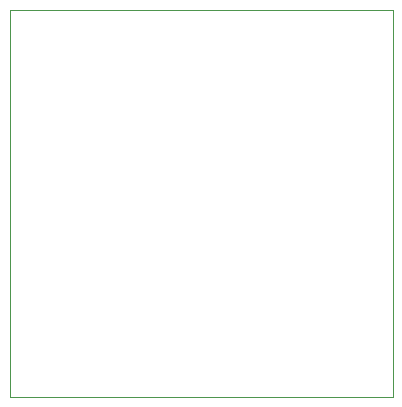
<source format=gbr>
%TF.GenerationSoftware,KiCad,Pcbnew,9.0.3*%
%TF.CreationDate,2025-11-11T20:03:35+05:30*%
%TF.ProjectId,mixed sig pcb(using microcontroller),6d697865-6420-4736-9967-207063622875,rev?*%
%TF.SameCoordinates,Original*%
%TF.FileFunction,Profile,NP*%
%FSLAX46Y46*%
G04 Gerber Fmt 4.6, Leading zero omitted, Abs format (unit mm)*
G04 Created by KiCad (PCBNEW 9.0.3) date 2025-11-11 20:03:35*
%MOMM*%
%LPD*%
G01*
G04 APERTURE LIST*
%TA.AperFunction,Profile*%
%ADD10C,0.050000*%
%TD*%
G04 APERTURE END LIST*
D10*
X142000000Y-81600000D02*
X174400000Y-81600000D01*
X174400000Y-114400000D01*
X142000000Y-114400000D01*
X142000000Y-81600000D01*
M02*

</source>
